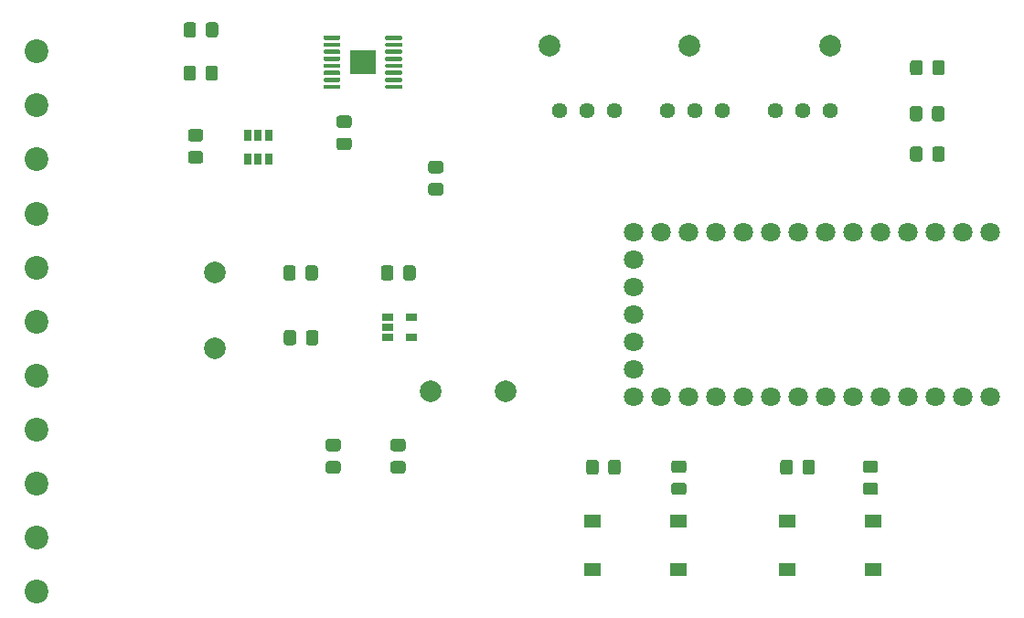
<source format=gbr>
%TF.GenerationSoftware,KiCad,Pcbnew,(5.1.7)-1*%
%TF.CreationDate,2020-11-09T09:10:02-08:00*%
%TF.ProjectId,Valve_Controller_Schematic,56616c76-655f-4436-9f6e-74726f6c6c65,rev?*%
%TF.SameCoordinates,Original*%
%TF.FileFunction,Soldermask,Top*%
%TF.FilePolarity,Negative*%
%FSLAX46Y46*%
G04 Gerber Fmt 4.6, Leading zero omitted, Abs format (unit mm)*
G04 Created by KiCad (PCBNEW (5.1.7)-1) date 2020-11-09 09:10:02*
%MOMM*%
%LPD*%
G01*
G04 APERTURE LIST*
%ADD10C,2.000000*%
%ADD11C,1.800000*%
%ADD12R,1.060000X0.650000*%
%ADD13R,0.650000X1.060000*%
%ADD14R,2.460000X2.310000*%
%ADD15R,1.550000X1.300000*%
%ADD16C,1.440000*%
%ADD17C,2.200000*%
G04 APERTURE END LIST*
D10*
%TO.C,TP7*%
X127000000Y-103000000D03*
%TD*%
%TO.C,TP6*%
X127000000Y-96000000D03*
%TD*%
%TO.C,TP5*%
X154000000Y-107000000D03*
%TD*%
%TO.C,TP4*%
X147000000Y-107000000D03*
%TD*%
%TO.C,TP3*%
X184000000Y-75000000D03*
%TD*%
%TO.C,TP2*%
X171000000Y-75000000D03*
%TD*%
%TO.C,TP1*%
X158000000Y-75000000D03*
%TD*%
D11*
%TO.C,U1*%
X173430000Y-107500000D03*
X170890000Y-107500000D03*
X168350000Y-107500000D03*
X165810000Y-107500000D03*
X165810000Y-104960000D03*
X165810000Y-102420000D03*
X165810000Y-99880000D03*
X165810000Y-97340000D03*
X165810000Y-94800000D03*
X165810000Y-92260000D03*
X168350000Y-92260000D03*
X170890000Y-92260000D03*
X173430000Y-92260000D03*
X175970000Y-92260000D03*
X175970000Y-107500000D03*
X178510000Y-107500000D03*
X178510000Y-92260000D03*
X181050000Y-107500000D03*
X181050000Y-92260000D03*
X183590000Y-107500000D03*
X183590000Y-92260000D03*
X186130000Y-92260000D03*
X188670000Y-92260000D03*
X186130000Y-107500000D03*
X188670000Y-107500000D03*
X191210000Y-107500000D03*
X193750000Y-107500000D03*
X196290000Y-107500000D03*
X198830000Y-107500000D03*
X191210000Y-92260000D03*
X193750000Y-92260000D03*
X196290000Y-92260000D03*
X198830000Y-92260000D03*
%TD*%
%TO.C,R9*%
G36*
G01*
X170450001Y-114525000D02*
X169549999Y-114525000D01*
G75*
G02*
X169300000Y-114275001I0J249999D01*
G01*
X169300000Y-113624999D01*
G75*
G02*
X169549999Y-113375000I249999J0D01*
G01*
X170450001Y-113375000D01*
G75*
G02*
X170700000Y-113624999I0J-249999D01*
G01*
X170700000Y-114275001D01*
G75*
G02*
X170450001Y-114525000I-249999J0D01*
G01*
G37*
G36*
G01*
X170450001Y-116575000D02*
X169549999Y-116575000D01*
G75*
G02*
X169300000Y-116325001I0J249999D01*
G01*
X169300000Y-115674999D01*
G75*
G02*
X169549999Y-115425000I249999J0D01*
G01*
X170450001Y-115425000D01*
G75*
G02*
X170700000Y-115674999I0J-249999D01*
G01*
X170700000Y-116325001D01*
G75*
G02*
X170450001Y-116575000I-249999J0D01*
G01*
G37*
%TD*%
%TO.C,R8*%
G36*
G01*
X188200001Y-114525000D02*
X187299999Y-114525000D01*
G75*
G02*
X187050000Y-114275001I0J249999D01*
G01*
X187050000Y-113624999D01*
G75*
G02*
X187299999Y-113375000I249999J0D01*
G01*
X188200001Y-113375000D01*
G75*
G02*
X188450000Y-113624999I0J-249999D01*
G01*
X188450000Y-114275001D01*
G75*
G02*
X188200001Y-114525000I-249999J0D01*
G01*
G37*
G36*
G01*
X188200001Y-116575000D02*
X187299999Y-116575000D01*
G75*
G02*
X187050000Y-116325001I0J249999D01*
G01*
X187050000Y-115674999D01*
G75*
G02*
X187299999Y-115425000I249999J0D01*
G01*
X188200001Y-115425000D01*
G75*
G02*
X188450000Y-115674999I0J-249999D01*
G01*
X188450000Y-116325001D01*
G75*
G02*
X188200001Y-116575000I-249999J0D01*
G01*
G37*
%TD*%
D12*
%TO.C,U4*%
X145200000Y-100100000D03*
X145200000Y-102000000D03*
X143000000Y-102000000D03*
X143000000Y-101050000D03*
X143000000Y-100100000D03*
%TD*%
D13*
%TO.C,U3*%
X131050000Y-85450000D03*
X132000000Y-85450000D03*
X130100000Y-85450000D03*
X130100000Y-83250000D03*
X131050000Y-83250000D03*
X132000000Y-83250000D03*
%TD*%
D14*
%TO.C,U2*%
X140750000Y-76500000D03*
G36*
G01*
X142825000Y-74325000D02*
X142825000Y-74125000D01*
G75*
G02*
X142925000Y-74025000I100000J0D01*
G01*
X144300000Y-74025000D01*
G75*
G02*
X144400000Y-74125000I0J-100000D01*
G01*
X144400000Y-74325000D01*
G75*
G02*
X144300000Y-74425000I-100000J0D01*
G01*
X142925000Y-74425000D01*
G75*
G02*
X142825000Y-74325000I0J100000D01*
G01*
G37*
G36*
G01*
X142825000Y-74975000D02*
X142825000Y-74775000D01*
G75*
G02*
X142925000Y-74675000I100000J0D01*
G01*
X144300000Y-74675000D01*
G75*
G02*
X144400000Y-74775000I0J-100000D01*
G01*
X144400000Y-74975000D01*
G75*
G02*
X144300000Y-75075000I-100000J0D01*
G01*
X142925000Y-75075000D01*
G75*
G02*
X142825000Y-74975000I0J100000D01*
G01*
G37*
G36*
G01*
X142825000Y-75625000D02*
X142825000Y-75425000D01*
G75*
G02*
X142925000Y-75325000I100000J0D01*
G01*
X144300000Y-75325000D01*
G75*
G02*
X144400000Y-75425000I0J-100000D01*
G01*
X144400000Y-75625000D01*
G75*
G02*
X144300000Y-75725000I-100000J0D01*
G01*
X142925000Y-75725000D01*
G75*
G02*
X142825000Y-75625000I0J100000D01*
G01*
G37*
G36*
G01*
X142825000Y-76275000D02*
X142825000Y-76075000D01*
G75*
G02*
X142925000Y-75975000I100000J0D01*
G01*
X144300000Y-75975000D01*
G75*
G02*
X144400000Y-76075000I0J-100000D01*
G01*
X144400000Y-76275000D01*
G75*
G02*
X144300000Y-76375000I-100000J0D01*
G01*
X142925000Y-76375000D01*
G75*
G02*
X142825000Y-76275000I0J100000D01*
G01*
G37*
G36*
G01*
X142825000Y-76925000D02*
X142825000Y-76725000D01*
G75*
G02*
X142925000Y-76625000I100000J0D01*
G01*
X144300000Y-76625000D01*
G75*
G02*
X144400000Y-76725000I0J-100000D01*
G01*
X144400000Y-76925000D01*
G75*
G02*
X144300000Y-77025000I-100000J0D01*
G01*
X142925000Y-77025000D01*
G75*
G02*
X142825000Y-76925000I0J100000D01*
G01*
G37*
G36*
G01*
X142825000Y-77575000D02*
X142825000Y-77375000D01*
G75*
G02*
X142925000Y-77275000I100000J0D01*
G01*
X144300000Y-77275000D01*
G75*
G02*
X144400000Y-77375000I0J-100000D01*
G01*
X144400000Y-77575000D01*
G75*
G02*
X144300000Y-77675000I-100000J0D01*
G01*
X142925000Y-77675000D01*
G75*
G02*
X142825000Y-77575000I0J100000D01*
G01*
G37*
G36*
G01*
X142825000Y-78225000D02*
X142825000Y-78025000D01*
G75*
G02*
X142925000Y-77925000I100000J0D01*
G01*
X144300000Y-77925000D01*
G75*
G02*
X144400000Y-78025000I0J-100000D01*
G01*
X144400000Y-78225000D01*
G75*
G02*
X144300000Y-78325000I-100000J0D01*
G01*
X142925000Y-78325000D01*
G75*
G02*
X142825000Y-78225000I0J100000D01*
G01*
G37*
G36*
G01*
X142825000Y-78875000D02*
X142825000Y-78675000D01*
G75*
G02*
X142925000Y-78575000I100000J0D01*
G01*
X144300000Y-78575000D01*
G75*
G02*
X144400000Y-78675000I0J-100000D01*
G01*
X144400000Y-78875000D01*
G75*
G02*
X144300000Y-78975000I-100000J0D01*
G01*
X142925000Y-78975000D01*
G75*
G02*
X142825000Y-78875000I0J100000D01*
G01*
G37*
G36*
G01*
X137100000Y-78875000D02*
X137100000Y-78675000D01*
G75*
G02*
X137200000Y-78575000I100000J0D01*
G01*
X138575000Y-78575000D01*
G75*
G02*
X138675000Y-78675000I0J-100000D01*
G01*
X138675000Y-78875000D01*
G75*
G02*
X138575000Y-78975000I-100000J0D01*
G01*
X137200000Y-78975000D01*
G75*
G02*
X137100000Y-78875000I0J100000D01*
G01*
G37*
G36*
G01*
X137100000Y-78225000D02*
X137100000Y-78025000D01*
G75*
G02*
X137200000Y-77925000I100000J0D01*
G01*
X138575000Y-77925000D01*
G75*
G02*
X138675000Y-78025000I0J-100000D01*
G01*
X138675000Y-78225000D01*
G75*
G02*
X138575000Y-78325000I-100000J0D01*
G01*
X137200000Y-78325000D01*
G75*
G02*
X137100000Y-78225000I0J100000D01*
G01*
G37*
G36*
G01*
X137100000Y-77575000D02*
X137100000Y-77375000D01*
G75*
G02*
X137200000Y-77275000I100000J0D01*
G01*
X138575000Y-77275000D01*
G75*
G02*
X138675000Y-77375000I0J-100000D01*
G01*
X138675000Y-77575000D01*
G75*
G02*
X138575000Y-77675000I-100000J0D01*
G01*
X137200000Y-77675000D01*
G75*
G02*
X137100000Y-77575000I0J100000D01*
G01*
G37*
G36*
G01*
X137100000Y-76925000D02*
X137100000Y-76725000D01*
G75*
G02*
X137200000Y-76625000I100000J0D01*
G01*
X138575000Y-76625000D01*
G75*
G02*
X138675000Y-76725000I0J-100000D01*
G01*
X138675000Y-76925000D01*
G75*
G02*
X138575000Y-77025000I-100000J0D01*
G01*
X137200000Y-77025000D01*
G75*
G02*
X137100000Y-76925000I0J100000D01*
G01*
G37*
G36*
G01*
X137100000Y-76275000D02*
X137100000Y-76075000D01*
G75*
G02*
X137200000Y-75975000I100000J0D01*
G01*
X138575000Y-75975000D01*
G75*
G02*
X138675000Y-76075000I0J-100000D01*
G01*
X138675000Y-76275000D01*
G75*
G02*
X138575000Y-76375000I-100000J0D01*
G01*
X137200000Y-76375000D01*
G75*
G02*
X137100000Y-76275000I0J100000D01*
G01*
G37*
G36*
G01*
X137100000Y-75625000D02*
X137100000Y-75425000D01*
G75*
G02*
X137200000Y-75325000I100000J0D01*
G01*
X138575000Y-75325000D01*
G75*
G02*
X138675000Y-75425000I0J-100000D01*
G01*
X138675000Y-75625000D01*
G75*
G02*
X138575000Y-75725000I-100000J0D01*
G01*
X137200000Y-75725000D01*
G75*
G02*
X137100000Y-75625000I0J100000D01*
G01*
G37*
G36*
G01*
X137100000Y-74975000D02*
X137100000Y-74775000D01*
G75*
G02*
X137200000Y-74675000I100000J0D01*
G01*
X138575000Y-74675000D01*
G75*
G02*
X138675000Y-74775000I0J-100000D01*
G01*
X138675000Y-74975000D01*
G75*
G02*
X138575000Y-75075000I-100000J0D01*
G01*
X137200000Y-75075000D01*
G75*
G02*
X137100000Y-74975000I0J100000D01*
G01*
G37*
G36*
G01*
X137100000Y-74325000D02*
X137100000Y-74125000D01*
G75*
G02*
X137200000Y-74025000I100000J0D01*
G01*
X138575000Y-74025000D01*
G75*
G02*
X138675000Y-74125000I0J-100000D01*
G01*
X138675000Y-74325000D01*
G75*
G02*
X138575000Y-74425000I-100000J0D01*
G01*
X137200000Y-74425000D01*
G75*
G02*
X137100000Y-74325000I0J100000D01*
G01*
G37*
%TD*%
D15*
%TO.C,SW2*%
X170000000Y-123500000D03*
X170000000Y-119000000D03*
X162040000Y-119000000D03*
X162040000Y-123500000D03*
%TD*%
%TO.C,SW1*%
X187960000Y-123500000D03*
X187960000Y-119000000D03*
X180000000Y-119000000D03*
X180000000Y-123500000D03*
%TD*%
D16*
%TO.C,RV3*%
X158920000Y-81000000D03*
X161460000Y-81000000D03*
X164000000Y-81000000D03*
%TD*%
%TO.C,RV2*%
X178920000Y-81000000D03*
X181460000Y-81000000D03*
X184000000Y-81000000D03*
%TD*%
%TO.C,RV1*%
X168920000Y-81000000D03*
X171460000Y-81000000D03*
X174000000Y-81000000D03*
%TD*%
%TO.C,R7*%
G36*
G01*
X135425000Y-96450001D02*
X135425000Y-95549999D01*
G75*
G02*
X135674999Y-95300000I249999J0D01*
G01*
X136325001Y-95300000D01*
G75*
G02*
X136575000Y-95549999I0J-249999D01*
G01*
X136575000Y-96450001D01*
G75*
G02*
X136325001Y-96700000I-249999J0D01*
G01*
X135674999Y-96700000D01*
G75*
G02*
X135425000Y-96450001I0J249999D01*
G01*
G37*
G36*
G01*
X133375000Y-96450001D02*
X133375000Y-95549999D01*
G75*
G02*
X133624999Y-95300000I249999J0D01*
G01*
X134275001Y-95300000D01*
G75*
G02*
X134525000Y-95549999I0J-249999D01*
G01*
X134525000Y-96450001D01*
G75*
G02*
X134275001Y-96700000I-249999J0D01*
G01*
X133624999Y-96700000D01*
G75*
G02*
X133375000Y-96450001I0J249999D01*
G01*
G37*
%TD*%
%TO.C,R6*%
G36*
G01*
X135475000Y-102450001D02*
X135475000Y-101549999D01*
G75*
G02*
X135724999Y-101300000I249999J0D01*
G01*
X136375001Y-101300000D01*
G75*
G02*
X136625000Y-101549999I0J-249999D01*
G01*
X136625000Y-102450001D01*
G75*
G02*
X136375001Y-102700000I-249999J0D01*
G01*
X135724999Y-102700000D01*
G75*
G02*
X135475000Y-102450001I0J249999D01*
G01*
G37*
G36*
G01*
X133425000Y-102450001D02*
X133425000Y-101549999D01*
G75*
G02*
X133674999Y-101300000I249999J0D01*
G01*
X134325001Y-101300000D01*
G75*
G02*
X134575000Y-101549999I0J-249999D01*
G01*
X134575000Y-102450001D01*
G75*
G02*
X134325001Y-102700000I-249999J0D01*
G01*
X133674999Y-102700000D01*
G75*
G02*
X133425000Y-102450001I0J249999D01*
G01*
G37*
%TD*%
%TO.C,R5*%
G36*
G01*
X138450001Y-112525000D02*
X137549999Y-112525000D01*
G75*
G02*
X137300000Y-112275001I0J249999D01*
G01*
X137300000Y-111624999D01*
G75*
G02*
X137549999Y-111375000I249999J0D01*
G01*
X138450001Y-111375000D01*
G75*
G02*
X138700000Y-111624999I0J-249999D01*
G01*
X138700000Y-112275001D01*
G75*
G02*
X138450001Y-112525000I-249999J0D01*
G01*
G37*
G36*
G01*
X138450001Y-114575000D02*
X137549999Y-114575000D01*
G75*
G02*
X137300000Y-114325001I0J249999D01*
G01*
X137300000Y-113674999D01*
G75*
G02*
X137549999Y-113425000I249999J0D01*
G01*
X138450001Y-113425000D01*
G75*
G02*
X138700000Y-113674999I0J-249999D01*
G01*
X138700000Y-114325001D01*
G75*
G02*
X138450001Y-114575000I-249999J0D01*
G01*
G37*
%TD*%
%TO.C,R4*%
G36*
G01*
X143549999Y-113425000D02*
X144450001Y-113425000D01*
G75*
G02*
X144700000Y-113674999I0J-249999D01*
G01*
X144700000Y-114325001D01*
G75*
G02*
X144450001Y-114575000I-249999J0D01*
G01*
X143549999Y-114575000D01*
G75*
G02*
X143300000Y-114325001I0J249999D01*
G01*
X143300000Y-113674999D01*
G75*
G02*
X143549999Y-113425000I249999J0D01*
G01*
G37*
G36*
G01*
X143549999Y-111375000D02*
X144450001Y-111375000D01*
G75*
G02*
X144700000Y-111624999I0J-249999D01*
G01*
X144700000Y-112275001D01*
G75*
G02*
X144450001Y-112525000I-249999J0D01*
G01*
X143549999Y-112525000D01*
G75*
G02*
X143300000Y-112275001I0J249999D01*
G01*
X143300000Y-111624999D01*
G75*
G02*
X143549999Y-111375000I249999J0D01*
G01*
G37*
%TD*%
%TO.C,R3*%
G36*
G01*
X125700001Y-83825000D02*
X124799999Y-83825000D01*
G75*
G02*
X124550000Y-83575001I0J249999D01*
G01*
X124550000Y-82924999D01*
G75*
G02*
X124799999Y-82675000I249999J0D01*
G01*
X125700001Y-82675000D01*
G75*
G02*
X125950000Y-82924999I0J-249999D01*
G01*
X125950000Y-83575001D01*
G75*
G02*
X125700001Y-83825000I-249999J0D01*
G01*
G37*
G36*
G01*
X125700001Y-85875000D02*
X124799999Y-85875000D01*
G75*
G02*
X124550000Y-85625001I0J249999D01*
G01*
X124550000Y-84974999D01*
G75*
G02*
X124799999Y-84725000I249999J0D01*
G01*
X125700001Y-84725000D01*
G75*
G02*
X125950000Y-84974999I0J-249999D01*
G01*
X125950000Y-85625001D01*
G75*
G02*
X125700001Y-85875000I-249999J0D01*
G01*
G37*
%TD*%
%TO.C,R2*%
G36*
G01*
X125275000Y-77049999D02*
X125275000Y-77950001D01*
G75*
G02*
X125025001Y-78200000I-249999J0D01*
G01*
X124374999Y-78200000D01*
G75*
G02*
X124125000Y-77950001I0J249999D01*
G01*
X124125000Y-77049999D01*
G75*
G02*
X124374999Y-76800000I249999J0D01*
G01*
X125025001Y-76800000D01*
G75*
G02*
X125275000Y-77049999I0J-249999D01*
G01*
G37*
G36*
G01*
X127325000Y-77049999D02*
X127325000Y-77950001D01*
G75*
G02*
X127075001Y-78200000I-249999J0D01*
G01*
X126424999Y-78200000D01*
G75*
G02*
X126175000Y-77950001I0J249999D01*
G01*
X126175000Y-77049999D01*
G75*
G02*
X126424999Y-76800000I249999J0D01*
G01*
X127075001Y-76800000D01*
G75*
G02*
X127325000Y-77049999I0J-249999D01*
G01*
G37*
%TD*%
%TO.C,R1*%
G36*
G01*
X125300000Y-73049999D02*
X125300000Y-73950001D01*
G75*
G02*
X125050001Y-74200000I-249999J0D01*
G01*
X124399999Y-74200000D01*
G75*
G02*
X124150000Y-73950001I0J249999D01*
G01*
X124150000Y-73049999D01*
G75*
G02*
X124399999Y-72800000I249999J0D01*
G01*
X125050001Y-72800000D01*
G75*
G02*
X125300000Y-73049999I0J-249999D01*
G01*
G37*
G36*
G01*
X127350000Y-73049999D02*
X127350000Y-73950001D01*
G75*
G02*
X127100001Y-74200000I-249999J0D01*
G01*
X126449999Y-74200000D01*
G75*
G02*
X126200000Y-73950001I0J249999D01*
G01*
X126200000Y-73049999D01*
G75*
G02*
X126449999Y-72800000I249999J0D01*
G01*
X127100001Y-72800000D01*
G75*
G02*
X127350000Y-73049999I0J-249999D01*
G01*
G37*
%TD*%
D17*
%TO.C,J1*%
X110500000Y-75500000D03*
X110500000Y-80500000D03*
X110500000Y-85500000D03*
X110500000Y-90500000D03*
X110500000Y-95500000D03*
X110500000Y-100500000D03*
X110500000Y-105500000D03*
X110500000Y-110500000D03*
X110500000Y-115500000D03*
X110500000Y-120500000D03*
X110500000Y-125500000D03*
%TD*%
%TO.C,D2*%
G36*
G01*
X162575000Y-113549999D02*
X162575000Y-114450001D01*
G75*
G02*
X162325001Y-114700000I-249999J0D01*
G01*
X161674999Y-114700000D01*
G75*
G02*
X161425000Y-114450001I0J249999D01*
G01*
X161425000Y-113549999D01*
G75*
G02*
X161674999Y-113300000I249999J0D01*
G01*
X162325001Y-113300000D01*
G75*
G02*
X162575000Y-113549999I0J-249999D01*
G01*
G37*
G36*
G01*
X164625000Y-113549999D02*
X164625000Y-114450001D01*
G75*
G02*
X164375001Y-114700000I-249999J0D01*
G01*
X163724999Y-114700000D01*
G75*
G02*
X163475000Y-114450001I0J249999D01*
G01*
X163475000Y-113549999D01*
G75*
G02*
X163724999Y-113300000I249999J0D01*
G01*
X164375001Y-113300000D01*
G75*
G02*
X164625000Y-113549999I0J-249999D01*
G01*
G37*
%TD*%
%TO.C,D1*%
G36*
G01*
X180550000Y-113549999D02*
X180550000Y-114450001D01*
G75*
G02*
X180300001Y-114700000I-249999J0D01*
G01*
X179649999Y-114700000D01*
G75*
G02*
X179400000Y-114450001I0J249999D01*
G01*
X179400000Y-113549999D01*
G75*
G02*
X179649999Y-113300000I249999J0D01*
G01*
X180300001Y-113300000D01*
G75*
G02*
X180550000Y-113549999I0J-249999D01*
G01*
G37*
G36*
G01*
X182600000Y-113549999D02*
X182600000Y-114450001D01*
G75*
G02*
X182350001Y-114700000I-249999J0D01*
G01*
X181699999Y-114700000D01*
G75*
G02*
X181450000Y-114450001I0J249999D01*
G01*
X181450000Y-113549999D01*
G75*
G02*
X181699999Y-113300000I249999J0D01*
G01*
X182350001Y-113300000D01*
G75*
G02*
X182600000Y-113549999I0J-249999D01*
G01*
G37*
%TD*%
%TO.C,C6*%
G36*
G01*
X147049999Y-87675000D02*
X147950001Y-87675000D01*
G75*
G02*
X148200000Y-87924999I0J-249999D01*
G01*
X148200000Y-88575001D01*
G75*
G02*
X147950001Y-88825000I-249999J0D01*
G01*
X147049999Y-88825000D01*
G75*
G02*
X146800000Y-88575001I0J249999D01*
G01*
X146800000Y-87924999D01*
G75*
G02*
X147049999Y-87675000I249999J0D01*
G01*
G37*
G36*
G01*
X147049999Y-85625000D02*
X147950001Y-85625000D01*
G75*
G02*
X148200000Y-85874999I0J-249999D01*
G01*
X148200000Y-86525001D01*
G75*
G02*
X147950001Y-86775000I-249999J0D01*
G01*
X147049999Y-86775000D01*
G75*
G02*
X146800000Y-86525001I0J249999D01*
G01*
X146800000Y-85874999D01*
G75*
G02*
X147049999Y-85625000I249999J0D01*
G01*
G37*
%TD*%
%TO.C,C5*%
G36*
G01*
X144475000Y-96450001D02*
X144475000Y-95549999D01*
G75*
G02*
X144724999Y-95300000I249999J0D01*
G01*
X145375001Y-95300000D01*
G75*
G02*
X145625000Y-95549999I0J-249999D01*
G01*
X145625000Y-96450001D01*
G75*
G02*
X145375001Y-96700000I-249999J0D01*
G01*
X144724999Y-96700000D01*
G75*
G02*
X144475000Y-96450001I0J249999D01*
G01*
G37*
G36*
G01*
X142425000Y-96450001D02*
X142425000Y-95549999D01*
G75*
G02*
X142674999Y-95300000I249999J0D01*
G01*
X143325001Y-95300000D01*
G75*
G02*
X143575000Y-95549999I0J-249999D01*
G01*
X143575000Y-96450001D01*
G75*
G02*
X143325001Y-96700000I-249999J0D01*
G01*
X142674999Y-96700000D01*
G75*
G02*
X142425000Y-96450001I0J249999D01*
G01*
G37*
%TD*%
%TO.C,C4*%
G36*
G01*
X139450001Y-82575000D02*
X138549999Y-82575000D01*
G75*
G02*
X138300000Y-82325001I0J249999D01*
G01*
X138300000Y-81674999D01*
G75*
G02*
X138549999Y-81425000I249999J0D01*
G01*
X139450001Y-81425000D01*
G75*
G02*
X139700000Y-81674999I0J-249999D01*
G01*
X139700000Y-82325001D01*
G75*
G02*
X139450001Y-82575000I-249999J0D01*
G01*
G37*
G36*
G01*
X139450001Y-84625000D02*
X138549999Y-84625000D01*
G75*
G02*
X138300000Y-84375001I0J249999D01*
G01*
X138300000Y-83724999D01*
G75*
G02*
X138549999Y-83475000I249999J0D01*
G01*
X139450001Y-83475000D01*
G75*
G02*
X139700000Y-83724999I0J-249999D01*
G01*
X139700000Y-84375001D01*
G75*
G02*
X139450001Y-84625000I-249999J0D01*
G01*
G37*
%TD*%
%TO.C,C3*%
G36*
G01*
X193475000Y-77450001D02*
X193475000Y-76549999D01*
G75*
G02*
X193724999Y-76300000I249999J0D01*
G01*
X194375001Y-76300000D01*
G75*
G02*
X194625000Y-76549999I0J-249999D01*
G01*
X194625000Y-77450001D01*
G75*
G02*
X194375001Y-77700000I-249999J0D01*
G01*
X193724999Y-77700000D01*
G75*
G02*
X193475000Y-77450001I0J249999D01*
G01*
G37*
G36*
G01*
X191425000Y-77450001D02*
X191425000Y-76549999D01*
G75*
G02*
X191674999Y-76300000I249999J0D01*
G01*
X192325001Y-76300000D01*
G75*
G02*
X192575000Y-76549999I0J-249999D01*
G01*
X192575000Y-77450001D01*
G75*
G02*
X192325001Y-77700000I-249999J0D01*
G01*
X191674999Y-77700000D01*
G75*
G02*
X191425000Y-77450001I0J249999D01*
G01*
G37*
%TD*%
%TO.C,C2*%
G36*
G01*
X193450000Y-81700001D02*
X193450000Y-80799999D01*
G75*
G02*
X193699999Y-80550000I249999J0D01*
G01*
X194350001Y-80550000D01*
G75*
G02*
X194600000Y-80799999I0J-249999D01*
G01*
X194600000Y-81700001D01*
G75*
G02*
X194350001Y-81950000I-249999J0D01*
G01*
X193699999Y-81950000D01*
G75*
G02*
X193450000Y-81700001I0J249999D01*
G01*
G37*
G36*
G01*
X191400000Y-81700001D02*
X191400000Y-80799999D01*
G75*
G02*
X191649999Y-80550000I249999J0D01*
G01*
X192300001Y-80550000D01*
G75*
G02*
X192550000Y-80799999I0J-249999D01*
G01*
X192550000Y-81700001D01*
G75*
G02*
X192300001Y-81950000I-249999J0D01*
G01*
X191649999Y-81950000D01*
G75*
G02*
X191400000Y-81700001I0J249999D01*
G01*
G37*
%TD*%
%TO.C,C1*%
G36*
G01*
X193475000Y-85450001D02*
X193475000Y-84549999D01*
G75*
G02*
X193724999Y-84300000I249999J0D01*
G01*
X194375001Y-84300000D01*
G75*
G02*
X194625000Y-84549999I0J-249999D01*
G01*
X194625000Y-85450001D01*
G75*
G02*
X194375001Y-85700000I-249999J0D01*
G01*
X193724999Y-85700000D01*
G75*
G02*
X193475000Y-85450001I0J249999D01*
G01*
G37*
G36*
G01*
X191425000Y-85450001D02*
X191425000Y-84549999D01*
G75*
G02*
X191674999Y-84300000I249999J0D01*
G01*
X192325001Y-84300000D01*
G75*
G02*
X192575000Y-84549999I0J-249999D01*
G01*
X192575000Y-85450001D01*
G75*
G02*
X192325001Y-85700000I-249999J0D01*
G01*
X191674999Y-85700000D01*
G75*
G02*
X191425000Y-85450001I0J249999D01*
G01*
G37*
%TD*%
M02*

</source>
